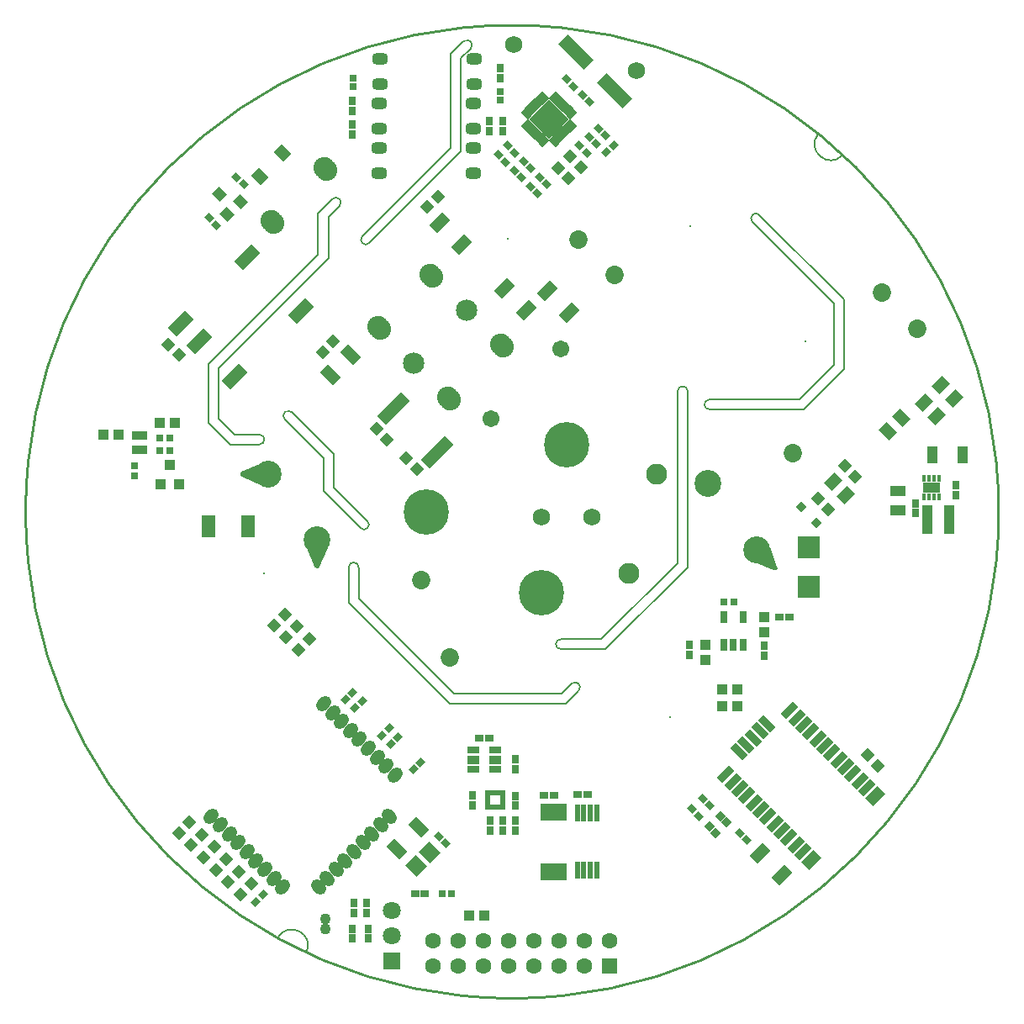
<source format=gts>
G04*
G04 #@! TF.GenerationSoftware,Altium Limited,Altium Designer,20.1.14 (287)*
G04*
G04 Layer_Color=8388736*
%FSLAX44Y44*%
%MOMM*%
G71*
G04*
G04 #@! TF.SameCoordinates,26D83F00-FBC8-424C-8E9F-EDBCECB59CF3*
G04*
G04*
G04 #@! TF.FilePolarity,Negative*
G04*
G01*
G75*
%ADD12C,0.2000*%
%ADD16C,0.2540*%
%ADD81R,1.0032X1.0032*%
%ADD82R,0.6032X1.8032*%
%ADD83R,1.0032X1.1032*%
%ADD84R,0.7032X0.7032*%
%ADD85R,0.5132X0.8632*%
%ADD86R,0.7032X0.7032*%
%ADD87R,0.8032X1.3032*%
G04:AMPARAMS|DCode=88|XSize=1.1032mm|YSize=1.5032mm|CornerRadius=0mm|HoleSize=0mm|Usage=FLASHONLY|Rotation=225.000|XOffset=0mm|YOffset=0mm|HoleType=Round|Shape=Rectangle|*
%AMROTATEDRECTD88*
4,1,4,-0.1414,0.9215,0.9215,-0.1414,0.1414,-0.9215,-0.9215,0.1414,-0.1414,0.9215,0.0*
%
%ADD88ROTATEDRECTD88*%

G04:AMPARAMS|DCode=89|XSize=0.8232mm|YSize=0.8032mm|CornerRadius=0mm|HoleSize=0mm|Usage=FLASHONLY|Rotation=135.000|XOffset=0mm|YOffset=0mm|HoleType=Round|Shape=Rectangle|*
%AMROTATEDRECTD89*
4,1,4,0.5750,-0.0071,0.0071,-0.5750,-0.5750,0.0071,-0.0071,0.5750,0.5750,-0.0071,0.0*
%
%ADD89ROTATEDRECTD89*%

%ADD90P,1.4187X4X180.0*%
G04:AMPARAMS|DCode=91|XSize=1.7032mm|YSize=0.8032mm|CornerRadius=0mm|HoleSize=0mm|Usage=FLASHONLY|Rotation=135.000|XOffset=0mm|YOffset=0mm|HoleType=Round|Shape=Rectangle|*
%AMROTATEDRECTD91*
4,1,4,0.8862,-0.3182,0.3182,-0.8862,-0.8862,0.3182,-0.3182,0.8862,0.8862,-0.3182,0.0*
%
%ADD91ROTATEDRECTD91*%

G04:AMPARAMS|DCode=92|XSize=1.1032mm|YSize=1.7032mm|CornerRadius=0mm|HoleSize=0mm|Usage=FLASHONLY|Rotation=135.000|XOffset=0mm|YOffset=0mm|HoleType=Round|Shape=Rectangle|*
%AMROTATEDRECTD92*
4,1,4,0.9922,0.2121,-0.2121,-0.9922,-0.9922,-0.2121,0.2121,0.9922,0.9922,0.2121,0.0*
%
%ADD92ROTATEDRECTD92*%

G04:AMPARAMS|DCode=93|XSize=1.7032mm|YSize=0.8032mm|CornerRadius=0mm|HoleSize=0mm|Usage=FLASHONLY|Rotation=45.000|XOffset=0mm|YOffset=0mm|HoleType=Round|Shape=Rectangle|*
%AMROTATEDRECTD93*
4,1,4,-0.3182,-0.8862,-0.8862,-0.3182,0.3182,0.8862,0.8862,0.3182,-0.3182,-0.8862,0.0*
%
%ADD93ROTATEDRECTD93*%

G04:AMPARAMS|DCode=94|XSize=0.8232mm|YSize=0.7032mm|CornerRadius=0mm|HoleSize=0mm|Usage=FLASHONLY|Rotation=135.000|XOffset=0mm|YOffset=0mm|HoleType=Round|Shape=Rectangle|*
%AMROTATEDRECTD94*
4,1,4,0.5397,-0.0424,0.0424,-0.5397,-0.5397,0.0424,-0.0424,0.5397,0.5397,-0.0424,0.0*
%
%ADD94ROTATEDRECTD94*%

G04:AMPARAMS|DCode=95|XSize=1.1032mm|YSize=1.8032mm|CornerRadius=0mm|HoleSize=0mm|Usage=FLASHONLY|Rotation=315.000|XOffset=0mm|YOffset=0mm|HoleType=Round|Shape=Rectangle|*
%AMROTATEDRECTD95*
4,1,4,-1.0276,-0.2475,0.2475,1.0276,1.0276,0.2475,-0.2475,-1.0276,-1.0276,-0.2475,0.0*
%
%ADD95ROTATEDRECTD95*%

%ADD96R,0.7032X0.8032*%
%ADD97R,0.8032X0.7432*%
G04:AMPARAMS|DCode=98|XSize=1.1032mm|YSize=1.8032mm|CornerRadius=0mm|HoleSize=0mm|Usage=FLASHONLY|Rotation=225.000|XOffset=0mm|YOffset=0mm|HoleType=Round|Shape=Rectangle|*
%AMROTATEDRECTD98*
4,1,4,-0.2475,1.0276,1.0276,-0.2475,0.2475,-1.0276,-1.0276,0.2475,-0.2475,1.0276,0.0*
%
%ADD98ROTATEDRECTD98*%

G04:AMPARAMS|DCode=99|XSize=0.8232mm|YSize=0.7032mm|CornerRadius=0mm|HoleSize=0mm|Usage=FLASHONLY|Rotation=45.000|XOffset=0mm|YOffset=0mm|HoleType=Round|Shape=Rectangle|*
%AMROTATEDRECTD99*
4,1,4,-0.0424,-0.5397,-0.5397,-0.0424,0.0424,0.5397,0.5397,0.0424,-0.0424,-0.5397,0.0*
%
%ADD99ROTATEDRECTD99*%

G04:AMPARAMS|DCode=100|XSize=1.0032mm|YSize=1.0032mm|CornerRadius=0.3816mm|HoleSize=0mm|Usage=FLASHONLY|Rotation=270.000|XOffset=0mm|YOffset=0mm|HoleType=Round|Shape=RoundedRectangle|*
%AMROUNDEDRECTD100*
21,1,1.0032,0.2400,0,0,270.0*
21,1,0.2400,1.0032,0,0,270.0*
1,1,0.7632,-0.1200,-0.1200*
1,1,0.7632,-0.1200,0.1200*
1,1,0.7632,0.1200,0.1200*
1,1,0.7632,0.1200,-0.1200*
%
%ADD100ROUNDEDRECTD100*%
%ADD101P,1.1359X4X360.0*%
G04:AMPARAMS|DCode=102|XSize=1.1032mm|YSize=1.5032mm|CornerRadius=0mm|HoleSize=0mm|Usage=FLASHONLY|Rotation=315.000|XOffset=0mm|YOffset=0mm|HoleType=Round|Shape=Rectangle|*
%AMROTATEDRECTD102*
4,1,4,-0.9215,-0.1414,0.1414,0.9215,0.9215,0.1414,-0.1414,-0.9215,-0.9215,-0.1414,0.0*
%
%ADD102ROTATEDRECTD102*%

%ADD103R,1.3032X0.8032*%
%ADD104R,1.3032X0.9032*%
%ADD105R,0.7032X1.7132*%
%ADD106R,0.5282X0.5032*%
%ADD107R,0.5032X0.5282*%
%ADD108R,0.7032X0.8232*%
%ADD109R,0.8232X0.7032*%
G04:AMPARAMS|DCode=110|XSize=1.1132mm|YSize=1.4232mm|CornerRadius=0mm|HoleSize=0mm|Usage=FLASHONLY|Rotation=45.000|XOffset=0mm|YOffset=0mm|HoleType=Round|Shape=Rectangle|*
%AMROTATEDRECTD110*
4,1,4,0.1096,-0.8968,-0.8968,0.1096,-0.1096,0.8968,0.8968,-0.1096,0.1096,-0.8968,0.0*
%
%ADD110ROTATEDRECTD110*%

G04:AMPARAMS|DCode=111|XSize=1.0032mm|YSize=1.1032mm|CornerRadius=0mm|HoleSize=0mm|Usage=FLASHONLY|Rotation=45.000|XOffset=0mm|YOffset=0mm|HoleType=Round|Shape=Rectangle|*
%AMROTATEDRECTD111*
4,1,4,0.0354,-0.7447,-0.7447,0.0354,-0.0354,0.7447,0.7447,-0.0354,0.0354,-0.7447,0.0*
%
%ADD111ROTATEDRECTD111*%

%ADD112R,1.5032X1.1032*%
G04:AMPARAMS|DCode=113|XSize=3.7032mm|YSize=1.4032mm|CornerRadius=0mm|HoleSize=0mm|Usage=FLASHONLY|Rotation=135.000|XOffset=0mm|YOffset=0mm|HoleType=Round|Shape=Rectangle|*
%AMROTATEDRECTD113*
4,1,4,1.8054,-0.8132,0.8132,-1.8054,-1.8054,0.8132,-0.8132,1.8054,1.8054,-0.8132,0.0*
%
%ADD113ROTATEDRECTD113*%

G04:AMPARAMS|DCode=114|XSize=1.0532mm|YSize=0.5032mm|CornerRadius=0mm|HoleSize=0mm|Usage=FLASHONLY|Rotation=45.000|XOffset=0mm|YOffset=0mm|HoleType=Round|Shape=Rectangle|*
%AMROTATEDRECTD114*
4,1,4,-0.1945,-0.5503,-0.5503,-0.1945,0.1945,0.5503,0.5503,0.1945,-0.1945,-0.5503,0.0*
%
%ADD114ROTATEDRECTD114*%

G04:AMPARAMS|DCode=115|XSize=1.0532mm|YSize=0.5032mm|CornerRadius=0mm|HoleSize=0mm|Usage=FLASHONLY|Rotation=135.000|XOffset=0mm|YOffset=0mm|HoleType=Round|Shape=Rectangle|*
%AMROTATEDRECTD115*
4,1,4,0.5503,-0.1945,0.1945,-0.5503,-0.5503,0.1945,-0.1945,0.5503,0.5503,-0.1945,0.0*
%
%ADD115ROTATEDRECTD115*%

%ADD116P,3.9643X4X180.0*%
G04:AMPARAMS|DCode=117|XSize=1.2032mm|YSize=3.4032mm|CornerRadius=0mm|HoleSize=0mm|Usage=FLASHONLY|Rotation=135.000|XOffset=0mm|YOffset=0mm|HoleType=Round|Shape=Rectangle|*
%AMROTATEDRECTD117*
4,1,4,1.6286,0.7778,-0.7778,-1.6286,-1.6286,-0.7778,0.7778,1.6286,1.6286,0.7778,0.0*
%
%ADD117ROTATEDRECTD117*%

%ADD118P,1.4187X4X270.0*%
%ADD119R,1.0032X2.9032*%
%ADD120R,0.4200X0.6400*%
%ADD121R,1.7400X1.0400*%
%ADD122R,1.0032X1.0032*%
%ADD123R,0.8032X0.8232*%
%ADD124R,1.1032X1.8032*%
%ADD125R,2.2032X2.2032*%
G04:AMPARAMS|DCode=126|XSize=1.4882mm|YSize=1.6732mm|CornerRadius=0mm|HoleSize=0mm|Usage=FLASHONLY|Rotation=45.000|XOffset=0mm|YOffset=0mm|HoleType=Round|Shape=Rectangle|*
%AMROTATEDRECTD126*
4,1,4,0.0654,-1.1177,-1.1177,0.0654,-0.0654,1.1177,1.1177,-0.0654,0.0654,-1.1177,0.0*
%
%ADD126ROTATEDRECTD126*%

G04:AMPARAMS|DCode=127|XSize=1.5032mm|YSize=1.1032mm|CornerRadius=0.3266mm|HoleSize=0mm|Usage=FLASHONLY|Rotation=0.000|XOffset=0mm|YOffset=0mm|HoleType=Round|Shape=RoundedRectangle|*
%AMROUNDEDRECTD127*
21,1,1.5032,0.4500,0,0,0.0*
21,1,0.8500,1.1032,0,0,0.0*
1,1,0.6532,0.4250,-0.2250*
1,1,0.6532,-0.4250,-0.2250*
1,1,0.6532,-0.4250,0.2250*
1,1,0.6532,0.4250,0.2250*
%
%ADD127ROUNDEDRECTD127*%
G04:AMPARAMS|DCode=128|XSize=1.2032mm|YSize=2.5032mm|CornerRadius=0mm|HoleSize=0mm|Usage=FLASHONLY|Rotation=315.000|XOffset=0mm|YOffset=0mm|HoleType=Round|Shape=Rectangle|*
%AMROTATEDRECTD128*
4,1,4,-1.3104,-0.4596,0.4596,1.3104,1.3104,0.4596,-0.4596,-1.3104,-1.3104,-0.4596,0.0*
%
%ADD128ROTATEDRECTD128*%

%ADD129R,1.4732X2.2860*%
G04:AMPARAMS|DCode=130|XSize=1.2032mm|YSize=1.7032mm|CornerRadius=0mm|HoleSize=0mm|Usage=FLASHONLY|Rotation=225.000|XOffset=0mm|YOffset=0mm|HoleType=Round|Shape=Round|*
%AMOVALD130*
21,1,0.5000,1.2032,0.0000,0.0000,315.0*
1,1,1.2032,-0.1768,0.1768*
1,1,1.2032,0.1768,-0.1768*
%
%ADD130OVALD130*%

G04:AMPARAMS|DCode=131|XSize=1.2032mm|YSize=1.7032mm|CornerRadius=0mm|HoleSize=0mm|Usage=FLASHONLY|Rotation=135.000|XOffset=0mm|YOffset=0mm|HoleType=Round|Shape=Round|*
%AMOVALD131*
21,1,0.5000,1.2032,0.0000,0.0000,225.0*
1,1,1.2032,0.1768,0.1768*
1,1,1.2032,-0.1768,-0.1768*
%
%ADD131OVALD131*%

G04:AMPARAMS|DCode=132|XSize=2.5032mm|YSize=2.1532mm|CornerRadius=0mm|HoleSize=0mm|Usage=FLASHONLY|Rotation=315.000|XOffset=0mm|YOffset=0mm|HoleType=Round|Shape=Round|*
%AMOVALD132*
21,1,0.3500,2.1532,0.0000,0.0000,315.0*
1,1,2.1532,-0.1237,0.1237*
1,1,2.1532,0.1237,-0.1237*
%
%ADD132OVALD132*%

%ADD133C,2.1532*%
%ADD134C,1.7272*%
%ADD135C,0.2032*%
%ADD136C,1.8532*%
%ADD137C,1.6032*%
%ADD138R,1.6032X1.6032*%
%ADD139C,1.7032*%
%ADD140R,1.8032X1.8032*%
%ADD141C,1.8032*%
%ADD142C,2.1032*%
%ADD143C,4.5692*%
%ADD144C,2.7032*%
G36*
X-253615Y26993D02*
X-272474Y35435D01*
X-273372Y35973D01*
X-273765Y36366D01*
X-274190Y37393D01*
Y38505D01*
X-273765Y39532D01*
X-273372Y39925D01*
Y39925D01*
X-272833Y40464D01*
X-254334Y48187D01*
X-253436Y27173D01*
X-253615Y26993D01*
D02*
G37*
G36*
X-185793Y-36215D02*
X-194235Y-55074D01*
X-194773Y-55972D01*
X-195166Y-56365D01*
X-196193Y-56790D01*
X-197305D01*
X-198332Y-56365D01*
X-198725Y-55972D01*
D01*
X-199263Y-55433D01*
X-206987Y-36934D01*
X-185973Y-36036D01*
X-185793Y-36215D01*
D02*
G37*
G36*
X259080Y-35814D02*
X266446Y-55118D01*
X266700Y-56134D01*
Y-56690D01*
X266275Y-57717D01*
X265489Y-58503D01*
X264462Y-58928D01*
X263906D01*
D01*
X263144D01*
X244602Y-51308D01*
X258826Y-35814D01*
X259080D01*
D02*
G37*
D12*
X-154940Y-55880D02*
G03*
X-164940Y-55880I-5000J0D01*
G01*
X66501Y-180197D02*
G03*
X59430Y-173125I-3536J3536D01*
G01*
X248801Y299011D02*
G03*
X241730Y291940I-3536J-3536D01*
G01*
X198374Y113124D02*
G03*
X198374Y103124I0J-5000D01*
G01*
X48768Y-128270D02*
G03*
X48768Y-138270I0J-5000D01*
G01*
X176370Y121412D02*
G03*
X166370Y121412I-5000J0D01*
G01*
X-153147Y-16430D02*
G03*
X-146076Y-9359I3536J3536D01*
G01*
X-222297Y100363D02*
G03*
X-229368Y93292I-3536J-3536D01*
G01*
X-254915Y67804D02*
G03*
X-254915Y77804I0J5000D01*
G01*
X-174264Y307868D02*
G03*
X-181336Y314940I-3536J3536D01*
G01*
X-42164Y466598D02*
G03*
X-49235Y473669I-3536J3536D01*
G01*
X-151216Y277454D02*
G03*
X-144350Y270588I3433J-3433D01*
G01*
X308004Y380662D02*
G03*
X332652Y359489I12544J-10330D01*
G01*
X-207616Y-443945D02*
G03*
X-236516Y-429099I-14634J7065D01*
G01*
X49167Y-183388D02*
X59430Y-173125D01*
X-58928Y-183388D02*
X49167D01*
X-154940Y-87376D02*
Y-55880D01*
X53404Y-193294D02*
X66501Y-180196D01*
X-154940Y-87376D02*
X-58928Y-183388D01*
X-164940Y-91518D02*
X-63164Y-193294D01*
X53404D01*
X-164940Y-91518D02*
Y-55880D01*
X248801Y299011D02*
X334026Y213786D01*
X324026Y148176D02*
Y209644D01*
X198374Y103124D02*
X293116D01*
X198374Y113124D02*
X288974D01*
X241730Y291940D02*
X324026Y209644D01*
X334026Y144034D02*
Y213786D01*
X293116Y103124D02*
X334026Y144034D01*
X288974Y113124D02*
X324026Y148176D01*
X166370Y-51562D02*
Y121412D01*
X48768Y-128270D02*
X89662D01*
X48768Y-138270D02*
X93804D01*
X176370Y-55704D02*
Y121412D01*
X93804Y-138270D02*
X176370Y-55704D01*
X89662Y-128270D02*
X166370Y-51562D01*
X-212360Y76284D02*
X-190226Y54150D01*
X-229368Y93292D02*
X-212360Y76284D01*
X-222297Y100363D02*
X-202360Y80427D01*
X-179832Y24397D02*
Y57899D01*
Y24397D02*
X-146076Y-9359D01*
X-202360Y80427D02*
X-179832Y57899D01*
X-190226Y20649D02*
X-153147Y-16430D01*
X-190226Y20649D02*
Y54150D01*
X-195834Y258998D02*
Y300441D01*
X-278968Y77804D02*
X-254915D01*
X-295910Y93462D02*
Y144780D01*
X-305910Y89320D02*
Y148922D01*
Y89320D02*
X-285973Y69383D01*
X-284394Y67804D02*
X-282437D01*
X-283110D02*
X-254915D01*
X-285973Y69383D02*
X-284394Y67804D01*
X-185166Y296967D02*
X-174264Y307868D01*
X-305910Y148922D02*
X-195834Y258998D01*
X-280252Y77804D02*
X-278968D01*
X-185166Y255524D02*
Y296967D01*
X-295910Y93462D02*
X-280252Y77804D01*
X-295910Y144780D02*
X-185166Y255524D01*
X-195834Y300441D02*
X-181336Y314940D01*
X-144350Y270588D02*
X-52070Y362868D01*
X-151216Y277454D02*
X-62070Y366600D01*
X-52070Y362868D02*
Y456692D01*
X-62070Y366600D02*
Y460834D01*
X-52070Y456692D02*
X-42164Y466598D01*
X-62070Y460834D02*
X-49235Y473669D01*
X308004Y380662D02*
X320548Y370332D01*
X-236516Y-429099D02*
X-222250Y-436880D01*
X-207616Y-443945D01*
X320548Y370332D02*
X332652Y359489D01*
D16*
X489746Y0D02*
G03*
X489746Y0I-490000J0D01*
G01*
D81*
X226448Y-179070D02*
D03*
X211448D02*
D03*
X226448Y-195834D02*
D03*
X211448D02*
D03*
X-339972Y89647D02*
D03*
X-354972Y89647D02*
D03*
X-411868Y77423D02*
D03*
X-396868D02*
D03*
X-43568Y-406400D02*
D03*
X-28568D02*
D03*
D82*
X65354Y-303232D02*
D03*
X71854D02*
D03*
X78354D02*
D03*
X84854D02*
D03*
Y-361232D02*
D03*
X78354D02*
D03*
X71854D02*
D03*
X65354D02*
D03*
D83*
X-344932Y47498D02*
D03*
X-335432Y27498D02*
D03*
X-354432D02*
D03*
D84*
X-380333Y36467D02*
D03*
X-380333Y46467D02*
D03*
D85*
X-370412Y62485D02*
D03*
X-375412D02*
D03*
X-380412D02*
D03*
Y77185D02*
D03*
X-375412D02*
D03*
X-370412Y77185D02*
D03*
D86*
X-355012Y74661D02*
D03*
X-345012Y74661D02*
D03*
X222932Y-90932D02*
D03*
X212932D02*
D03*
X-355012Y61707D02*
D03*
X-345012D02*
D03*
D87*
X213004Y-133888D02*
D03*
X222504D02*
D03*
X232004D02*
D03*
Y-105888D02*
D03*
X213004D02*
D03*
D88*
X378346Y81166D02*
D03*
X391782Y94601D02*
D03*
D89*
X215527Y-312671D02*
D03*
X209163Y-306307D02*
D03*
X204769Y-323473D02*
D03*
X198405Y-317109D02*
D03*
D90*
X357389Y-245121D02*
D03*
X367996Y-255728D02*
D03*
X-96551Y42957D02*
D03*
X-107157Y53563D02*
D03*
X68803Y347249D02*
D03*
X58197Y357855D02*
D03*
X-126238Y72898D02*
D03*
X-136845Y83505D02*
D03*
X56611Y335565D02*
D03*
X46005Y346171D02*
D03*
X-336073Y158019D02*
D03*
X-346679Y168625D02*
D03*
X334549Y45943D02*
D03*
X345155Y35337D02*
D03*
X317977Y2571D02*
D03*
X307371Y13177D02*
D03*
D91*
X235152Y-234731D02*
D03*
X256365Y-213518D02*
D03*
X228081Y-241802D02*
D03*
X249294Y-220589D02*
D03*
X242223Y-227660D02*
D03*
D92*
X365083Y-286173D02*
D03*
X300736Y-350520D02*
D03*
D93*
X356951Y-278041D02*
D03*
X349880Y-270970D02*
D03*
X342809Y-263899D02*
D03*
X335738Y-256828D02*
D03*
X328667Y-249757D02*
D03*
X321596Y-242686D02*
D03*
X314524Y-235615D02*
D03*
X307453Y-228544D02*
D03*
X300382Y-221473D02*
D03*
X293311Y-214402D02*
D03*
X286240Y-207331D02*
D03*
X279169Y-200260D02*
D03*
X292604Y-342388D02*
D03*
X285533Y-335317D02*
D03*
X278462Y-328246D02*
D03*
X271391Y-321175D02*
D03*
X264320Y-314104D02*
D03*
X257249Y-307033D02*
D03*
X250178Y-299962D02*
D03*
X243107Y-292891D02*
D03*
X236036Y-285820D02*
D03*
X228965Y-278749D02*
D03*
X221894Y-271678D02*
D03*
X214823Y-264606D02*
D03*
D94*
X187880Y-306585D02*
D03*
X180809Y-299513D02*
D03*
X198660Y-295805D02*
D03*
X191589Y-288734D02*
D03*
X228584Y-323581D02*
D03*
X235655Y-330652D02*
D03*
X-277855Y336745D02*
D03*
X-270784Y329674D02*
D03*
X-298216Y288780D02*
D03*
X-305287Y295851D02*
D03*
X84307Y370353D02*
D03*
X77236Y377424D02*
D03*
X93706Y378988D02*
D03*
X86634Y386060D02*
D03*
X74676Y361716D02*
D03*
X67605Y368788D02*
D03*
X54630Y435590D02*
D03*
X61701Y428518D02*
D03*
X54651Y435569D02*
D03*
X61722Y428498D02*
D03*
X70518Y419608D02*
D03*
X77589Y412537D02*
D03*
X34388Y329987D02*
D03*
X27317Y337058D02*
D03*
X-6858Y352237D02*
D03*
X-13929Y359308D02*
D03*
X-67077Y-333736D02*
D03*
X-74148Y-326664D02*
D03*
X25105Y320589D02*
D03*
X18034Y327660D02*
D03*
X2052Y343642D02*
D03*
X9124Y336570D02*
D03*
X11258Y353078D02*
D03*
X18329Y346007D02*
D03*
X2265Y361716D02*
D03*
X-4806Y368788D02*
D03*
D95*
X270885Y-365881D02*
D03*
X248965Y-343961D02*
D03*
X-73444Y290714D02*
D03*
X-51524Y268794D02*
D03*
X-7874Y224790D02*
D03*
X14046Y202870D02*
D03*
X34960Y222584D02*
D03*
X56880Y200664D02*
D03*
D96*
X-61794Y-384867D02*
D03*
X-70794D02*
D03*
D97*
X-160782Y436628D02*
D03*
Y427988D02*
D03*
X-11938Y414719D02*
D03*
Y423359D02*
D03*
D98*
X-183660Y137593D02*
D03*
X-163154Y158099D02*
D03*
X-116624Y-339382D02*
D03*
X-94704Y-317462D02*
D03*
D99*
X-92476Y-252513D02*
D03*
X-99548Y-259584D02*
D03*
X-251401Y-385592D02*
D03*
X-258472Y-392664D02*
D03*
X-158476Y-197591D02*
D03*
X-151404Y-190520D02*
D03*
X-168050Y-188935D02*
D03*
X-160979Y-181864D02*
D03*
X94762Y362225D02*
D03*
X101834Y369296D02*
D03*
X-131552Y-225278D02*
D03*
X-124480Y-218206D02*
D03*
X-115336Y-227096D02*
D03*
X-122408Y-234167D02*
D03*
D100*
X-188468Y-410116D02*
D03*
Y-420116D02*
D03*
D101*
X306308Y-10826D02*
D03*
X290752Y4730D02*
D03*
D102*
X322548Y30352D02*
D03*
X335983Y16917D02*
D03*
X431250Y127313D02*
D03*
X444686Y113878D02*
D03*
X414078Y110140D02*
D03*
X427513Y96706D02*
D03*
D103*
X-17526Y-259588D02*
D03*
Y-239588D02*
D03*
X-39526D02*
D03*
Y-259588D02*
D03*
D104*
X-17526Y-249588D02*
D03*
X-39526D02*
D03*
D105*
X31492Y-362232D02*
D03*
X37992D02*
D03*
X44492D02*
D03*
X50992D02*
D03*
Y-302232D02*
D03*
X44492D02*
D03*
X37992D02*
D03*
X31492D02*
D03*
D106*
X-24772Y-287802D02*
D03*
Y-292802D02*
D03*
X-9772Y-287802D02*
D03*
Y-292802D02*
D03*
X-24897Y-297802D02*
D03*
Y-282802D02*
D03*
X-9647D02*
D03*
Y-297802D02*
D03*
D107*
X-14772Y-282802D02*
D03*
X-19772D02*
D03*
X-14772Y-297802D02*
D03*
X-19772D02*
D03*
D108*
X3048Y-249508D02*
D03*
Y-259508D02*
D03*
X-22225Y-311230D02*
D03*
Y-321230D02*
D03*
X2968Y-286084D02*
D03*
Y-296084D02*
D03*
X-9779Y-311230D02*
D03*
Y-321230D02*
D03*
X-40640Y-285576D02*
D03*
Y-295576D02*
D03*
X2780Y-321230D02*
D03*
Y-311230D02*
D03*
X253746Y-135183D02*
D03*
Y-145183D02*
D03*
X446160Y26889D02*
D03*
Y16889D02*
D03*
X405569Y-1430D02*
D03*
Y8570D02*
D03*
X-147066Y-394034D02*
D03*
Y-404034D02*
D03*
X178308Y-133978D02*
D03*
Y-143978D02*
D03*
X-161036Y390318D02*
D03*
Y380318D02*
D03*
Y403686D02*
D03*
Y413686D02*
D03*
X-11938Y446532D02*
D03*
Y436532D02*
D03*
X-10160Y383446D02*
D03*
Y393446D02*
D03*
X-23622Y383446D02*
D03*
Y393446D02*
D03*
X-160020Y-394114D02*
D03*
Y-404114D02*
D03*
D109*
X75532Y-284988D02*
D03*
X65532D02*
D03*
X41750Y-285242D02*
D03*
X31750D02*
D03*
X-33448Y-227684D02*
D03*
X-23448D02*
D03*
X-98138Y-384867D02*
D03*
X-88138D02*
D03*
X279066Y-106133D02*
D03*
X269066D02*
D03*
D110*
X-254836Y337947D02*
D03*
X-231713Y361069D02*
D03*
D111*
X-287399Y299141D02*
D03*
X-273964Y312576D02*
D03*
X-294824Y320001D02*
D03*
D112*
X387788Y20793D02*
D03*
Y1793D02*
D03*
D113*
X103011Y424039D02*
D03*
X64121Y462929D02*
D03*
D114*
X27914Y376209D02*
D03*
X24378Y379745D02*
D03*
X31449Y372674D02*
D03*
X17307Y386816D02*
D03*
X13772Y390351D02*
D03*
X20843Y383280D02*
D03*
X45238Y414747D02*
D03*
X52309Y407676D02*
D03*
X59380Y400605D02*
D03*
X48774Y411211D02*
D03*
X55845Y404140D02*
D03*
X41702Y418282D02*
D03*
D115*
X48774Y379745D02*
D03*
X45238Y376209D02*
D03*
X52309Y383280D02*
D03*
X41702Y372674D02*
D03*
X13772Y400605D02*
D03*
X17307Y404140D02*
D03*
X20843Y407676D02*
D03*
X24378Y411211D02*
D03*
X59380Y390351D02*
D03*
X55845Y386816D02*
D03*
X27914Y414747D02*
D03*
X31449Y418282D02*
D03*
D116*
X36576Y395478D02*
D03*
D117*
X-75616Y59868D02*
D03*
X-119456Y103708D02*
D03*
D118*
X-75215Y317469D02*
D03*
X-85821Y306863D02*
D03*
X-312959Y-325151D02*
D03*
X-323565Y-335757D02*
D03*
X-325374Y-312928D02*
D03*
X-335981Y-323535D02*
D03*
X-239960Y-114269D02*
D03*
X-229354Y-103663D02*
D03*
X-227807Y-126207D02*
D03*
X-217201Y-115601D02*
D03*
X-204755Y-128047D02*
D03*
X-215361Y-138653D02*
D03*
X-311119Y-348203D02*
D03*
X-300513Y-337597D02*
D03*
X-180450Y171537D02*
D03*
X-191056Y160931D02*
D03*
X-273781Y-385287D02*
D03*
X-263175Y-374681D02*
D03*
X-288067Y-350043D02*
D03*
X-298673Y-360649D02*
D03*
X-275875Y-362489D02*
D03*
X-286481Y-373095D02*
D03*
D119*
X439917Y-7925D02*
D03*
X417918D02*
D03*
D120*
X429488Y33799D02*
D03*
X419488Y33799D02*
D03*
X424488D02*
D03*
X429488Y14799D02*
D03*
X419488D02*
D03*
X424488D02*
D03*
X414488Y33799D02*
D03*
Y14799D02*
D03*
D121*
X421988Y24299D02*
D03*
D122*
X253746Y-106133D02*
D03*
Y-121133D02*
D03*
X194330Y-148978D02*
D03*
Y-133978D02*
D03*
D123*
X-145542Y-429442D02*
D03*
Y-420442D02*
D03*
X-161544D02*
D03*
Y-429442D02*
D03*
D124*
X422624Y57689D02*
D03*
X453624D02*
D03*
D125*
X298704Y-75704D02*
D03*
Y-35704D02*
D03*
D126*
X-83547Y-343135D02*
D03*
X-97301Y-356889D02*
D03*
D127*
X-39114Y366014D02*
D03*
Y340614D02*
D03*
X-134114Y366014D02*
D03*
Y340614D02*
D03*
X-39114Y411226D02*
D03*
Y385826D02*
D03*
X-134114Y411226D02*
D03*
Y385826D02*
D03*
X-38606Y455930D02*
D03*
Y430530D02*
D03*
X-133606Y455930D02*
D03*
Y430530D02*
D03*
D128*
X-315749Y171891D02*
D03*
X-333710Y189851D02*
D03*
X-279828Y135970D02*
D03*
X-267241Y256320D02*
D03*
X-213360Y202438D02*
D03*
D129*
X-305785Y-14944D02*
D03*
X-266161D02*
D03*
D130*
X-132651Y-315304D02*
D03*
X-141631Y-324285D02*
D03*
X-123671Y-306324D02*
D03*
X-168572Y-351225D02*
D03*
X-159592Y-342245D02*
D03*
X-150612Y-333265D02*
D03*
X-177552Y-360205D02*
D03*
X-195513Y-378166D02*
D03*
X-186533Y-369186D02*
D03*
D131*
X-127277Y-256049D02*
D03*
X-136257Y-247068D02*
D03*
X-118297Y-265029D02*
D03*
X-249394Y-360205D02*
D03*
X-258375Y-351225D02*
D03*
X-231434Y-378166D02*
D03*
X-240414Y-369186D02*
D03*
X-154218Y-229108D02*
D03*
X-145238Y-238088D02*
D03*
X-163198Y-220128D02*
D03*
X-172178Y-211147D02*
D03*
X-181159Y-202167D02*
D03*
X-190139Y-193187D02*
D03*
X-267355Y-342245D02*
D03*
X-276335Y-333265D02*
D03*
X-303276Y-306324D02*
D03*
X-285315Y-324285D02*
D03*
X-294296Y-315304D02*
D03*
D132*
X-63780Y114316D02*
D03*
X-10747Y167349D02*
D03*
X-134491Y185026D02*
D03*
X-241618Y292153D02*
D03*
X-81458Y238059D02*
D03*
X-188585Y345186D02*
D03*
D133*
X-99136Y149671D02*
D03*
X-46103Y202704D02*
D03*
D134*
X1524Y470134D02*
D03*
X124714Y444246D02*
D03*
X79900Y-5080D02*
D03*
X29100D02*
D03*
D135*
X-250190Y-61722D02*
D03*
X-4318Y274574D02*
D03*
X159004Y-206756D02*
D03*
X179112Y287486D02*
D03*
X295360Y171238D02*
D03*
D136*
X-63328Y-146333D02*
D03*
X-91612Y-68551D02*
D03*
X371940Y220382D02*
D03*
X66611Y274263D02*
D03*
X407861Y184461D02*
D03*
X102532Y238342D02*
D03*
X282137Y58737D02*
D03*
D137*
X-29464Y-431800D02*
D03*
Y-457200D02*
D03*
X-80264D02*
D03*
Y-431800D02*
D03*
X-54864D02*
D03*
Y-457200D02*
D03*
X21336D02*
D03*
Y-431800D02*
D03*
X-4064D02*
D03*
Y-457200D02*
D03*
X46736D02*
D03*
Y-431800D02*
D03*
X72136D02*
D03*
Y-457200D02*
D03*
X97536Y-431800D02*
D03*
D138*
Y-457200D02*
D03*
D139*
X48817Y164133D02*
D03*
X-21893Y93423D02*
D03*
D140*
X-121412Y-452120D02*
D03*
D141*
Y-426720D02*
D03*
Y-401320D02*
D03*
D142*
X145348Y38278D02*
D03*
X117348Y-61722D02*
D03*
D143*
X-87000Y0D02*
D03*
X29500Y-81500D02*
D03*
X54500Y67500D02*
D03*
D144*
X196800Y28300D02*
D03*
X245700Y-38000D02*
D03*
X-245700Y38000D02*
D03*
X-196800Y-28300D02*
D03*
M02*

</source>
